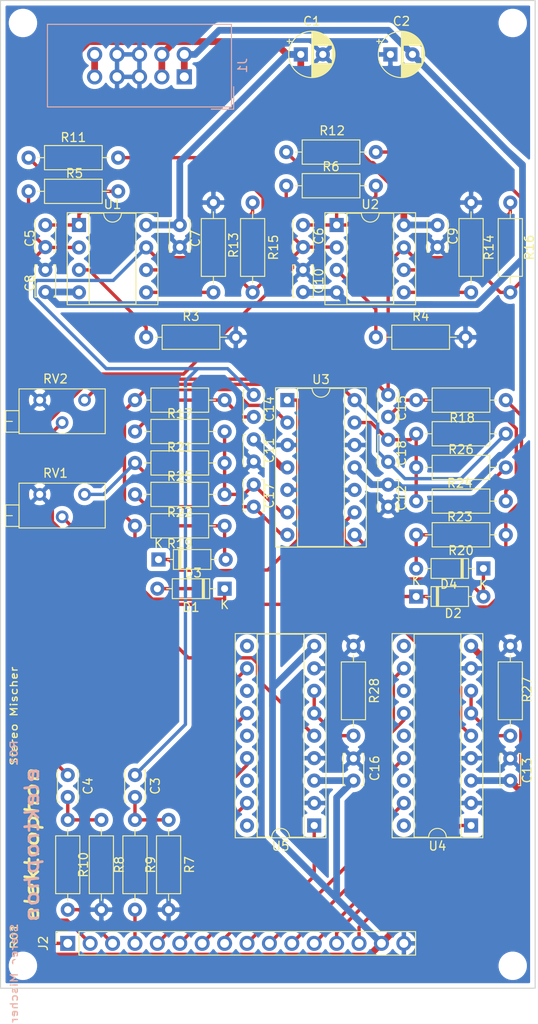
<source format=kicad_pcb>
(kicad_pcb (version 20171130) (host pcbnew 5.1.5-52549c5~84~ubuntu19.04.1)
  (title_block (title "Stereo Mischer") (date 2019-12-01) (rev 01) (comment 1 elektrophon) (comment 2 "PCB for main circuit") (comment 4 "License CC BY 4.0 - Attribution 4.0 International"))
  (layers (0 F.Cu signal) (31 B.Cu signal) (34 B.Paste user) (35 F.Paste user) (36 B.SilkS user) (37 F.SilkS user) (38 B.Mask user) (39 F.Mask user) (44 Edge.Cuts user))
  (net 0 "")
  (net 1 GND)
  (net 2 +15V)
  (net 3 -15V)
  (net 4 "Net-(C3-Pad2)")
  (net 5 /LEFT_OUT)
  (net 6 "Net-(C4-Pad2)")
  (net 7 /RIGHT_OUT)
  (net 8 "Net-(C5-Pad1)")
  (net 9 "Net-(C6-Pad1)")
  (net 10 "Net-(C14-Pad1)")
  (net 11 "Net-(C15-Pad1)")
  (net 12 "Net-(C17-Pad2)")
  (net 13 "Net-(C17-Pad1)")
  (net 14 "Net-(C18-Pad2)")
  (net 15 "Net-(C18-Pad1)")
  (net 16 "Net-(D1-Pad2)")
  (net 17 "Net-(D1-Pad1)")
  (net 18 "Net-(D2-Pad2)")
  (net 19 "Net-(D2-Pad1)")
  (net 20 "Net-(D3-Pad2)")
  (net 21 "Net-(D4-Pad2)")
  (net 22 +5V)
  (net 23 /LED_L_1)
  (net 24 /LED_L_2)
  (net 25 /LED_L_3)
  (net 26 /LED_L_4)
  (net 27 /LED_L_5)
  (net 28 /LED_R_1)
  (net 29 /LED_R_2)
  (net 30 /LED_R_3)
  (net 31 /LED_R_4)
  (net 32 /LED_R_5)
  (net 33 /STEREO_L)
  (net 34 /STEREO_R)
  (net 35 /LEFT)
  (net 36 /RIGHT)
  (net 37 "Net-(R3-Pad1)")
  (net 38 "Net-(R4-Pad1)")
  (net 39 "Net-(R11-Pad1)")
  (net 40 "Net-(R12-Pad1)")
  (net 41 "Net-(R13-Pad1)")
  (net 42 "Net-(R14-Pad1)")
  (net 43 "Net-(R27-Pad2)")
  (net 44 "Net-(R28-Pad2)")
  (net 45 "Net-(RV1-Pad2)")
  (net 46 "Net-(RV2-Pad2)")
  (net 47 "Net-(U4-Pad18)")
  (net 48 "Net-(U4-Pad16)")
  (net 49 "Net-(U4-Pad14)")
  (net 50 "Net-(U4-Pad12)")
  (net 51 "Net-(U4-Pad10)")
  (net 52 "Net-(U5-Pad18)")
  (net 53 "Net-(U5-Pad16)")
  (net 54 "Net-(U5-Pad14)")
  (net 55 "Net-(U5-Pad12)")
  (net 56 "Net-(U5-Pad10)")
  (module "elektrophon:elektrophon logo" (layer B.Cu) (at 27.94 120.904 90)
    (fp_text reference REF** hide)
    (fp_text value "elektrophon logo" hide)
    (fp_text user elektrophon (at 0 1.016 -90) (layer B.SilkS) (effects (font (size 1.5 2) (thickness 0.3) italic) (justify mirror)))
    (fp_text user "Stereo Mischer" (at -8.88 -1 -90) (layer B.SilkS) (effects (font (size 0.8 1)) (justify left mirror)))
    (fp_text user R01 (at 8.8 -1.02 -90) (layer B.SilkS) (effects (font (size 0.8 1)) (justify right mirror)))
    (fp_text user elektrophon (at 0 1.016 -90) (layer F.SilkS) (effects (font (size 1.5 2) (thickness 0.3) italic)))
    (fp_text user R01 (at -8.83 -1 -90) (layer F.SilkS) (effects (font (size 0.8 1)) (justify right)))
    (fp_text user "Stereo Mischer" (at 8.84 -1.02 -90) (layer F.SilkS) (effects (font (size 0.8 1)) (justify left)))
  )
  (module Connector_PinSocket_2.54mm:PinSocket_1x16_P2.54mm_Vertical (layer F.Cu) (at 33.02 132.08 90)
    (fp_text reference J2 (at 0 -2.77 90) (layer F.SilkS))
    (fp_text value Conn_01x16_Female)
    (pad 16 thru_hole oval (at 0 38.1 90) (size 1.7 1.7) (drill 1) (layers *.Cu *.Mask) (net 1 GND))
    (pad 15 thru_hole oval (at 0 35.56 90) (size 1.7 1.7) (drill 1) (layers *.Cu *.Mask) (net 2 +15V))
    (pad 14 thru_hole oval (at 0 33.02 90) (size 1.7 1.7) (drill 1) (layers *.Cu *.Mask) (net 23 /LED_L_1))
    (pad 13 thru_hole oval (at 0 30.48 90) (size 1.7 1.7) (drill 1) (layers *.Cu *.Mask) (net 24 /LED_L_2))
    (pad 12 thru_hole oval (at 0 27.94 90) (size 1.7 1.7) (drill 1) (layers *.Cu *.Mask) (net 25 /LED_L_3))
    (pad 11 thru_hole oval (at 0 25.4 90) (size 1.7 1.7) (drill 1) (layers *.Cu *.Mask) (net 26 /LED_L_4))
    (pad 10 thru_hole oval (at 0 22.86 90) (size 1.7 1.7) (drill 1) (layers *.Cu *.Mask) (net 27 /LED_L_5))
    (pad 9 thru_hole oval (at 0 20.32 90) (size 1.7 1.7) (drill 1) (layers *.Cu *.Mask) (net 28 /LED_R_1))
    (pad 8 thru_hole oval (at 0 17.78 90) (size 1.7 1.7) (drill 1) (layers *.Cu *.Mask) (net 29 /LED_R_2))
    (pad 7 thru_hole oval (at 0 15.24 90) (size 1.7 1.7) (drill 1) (layers *.Cu *.Mask) (net 30 /LED_R_3))
    (pad 6 thru_hole oval (at 0 12.7 90) (size 1.7 1.7) (drill 1) (layers *.Cu *.Mask) (net 31 /LED_R_4))
    (pad 5 thru_hole oval (at 0 10.16 90) (size 1.7 1.7) (drill 1) (layers *.Cu *.Mask) (net 32 /LED_R_5))
    (pad 4 thru_hole oval (at 0 7.62 90) (size 1.7 1.7) (drill 1) (layers *.Cu *.Mask) (net 33 /STEREO_L))
    (pad 3 thru_hole oval (at 0 5.08 90) (size 1.7 1.7) (drill 1) (layers *.Cu *.Mask) (net 34 /STEREO_R))
    (pad 2 thru_hole oval (at 0 2.54 90) (size 1.7 1.7) (drill 1) (layers *.Cu *.Mask) (net 36 /RIGHT))
    (pad 1 thru_hole rect (at 0 0 90) (size 1.7 1.7) (drill 1) (layers *.Cu *.Mask) (net 35 /LEFT))
  )
  (module MountingHole:MountingHole_2.2mm_M2 (layer F.Cu) (at 27.94 134.62)
    (fp_text reference REF** hide)
    (fp_text value MountingHole_2.2mm_M2 hide)
    (pad 1 np_thru_hole circle (at 0 0) (size 2.2 2.2) (drill 2.2) (layers *.Cu *.Mask))
  )
  (module MountingHole:MountingHole_2.2mm_M2 (layer F.Cu) (at 83.46 134.62)
    (fp_text reference REF** hide)
    (fp_text value MountingHole_2.2mm_M2 hide)
    (pad 1 np_thru_hole circle (at 0 0) (size 2.2 2.2) (drill 2.2) (layers *.Cu *.Mask))
  )
  (module MountingHole:MountingHole_2.2mm_M2 (layer F.Cu) (at 83.46 27.94)
    (fp_text reference REF** hide)
    (fp_text value MountingHole_2.2mm_M2 hide)
    (pad 1 np_thru_hole circle (at 0 0) (size 2.2 2.2) (drill 2.2) (layers *.Cu *.Mask))
  )
  (module MountingHole:MountingHole_2.2mm_M2 (layer F.Cu) (at 27.94 27.94)
    (fp_text reference REF** hide)
    (fp_text value MountingHole_2.2mm_M2 hide)
    (pad 1 np_thru_hole circle (at 0 0) (size 2.2 2.2) (drill 2.2) (layers *.Cu *.Mask))
  )
  (module Package_DIP:DIP-18_W7.62mm_Socket (layer F.Cu) (at 60.96 118.745 180)
    (fp_text reference U5 (at 3.81 -2.33) (layer F.SilkS))
    (fp_text value lm3916)
    (pad 18 thru_hole oval (at 7.62 0 180) (size 1.6 1.6) (drill 0.8) (layers *.Cu *.Mask) (net 52 "Net-(U5-Pad18)"))
    (pad 9 thru_hole oval (at 0 20.32 180) (size 1.6 1.6) (drill 0.8) (layers *.Cu *.Mask) (net 2 +15V))
    (pad 17 thru_hole oval (at 7.62 2.54 180) (size 1.6 1.6) (drill 0.8) (layers *.Cu *.Mask) (net 29 /LED_R_2))
    (pad 8 thru_hole oval (at 0 17.78 180) (size 1.6 1.6) (drill 0.8) (layers *.Cu *.Mask) (net 1 GND))
    (pad 16 thru_hole oval (at 7.62 5.08 180) (size 1.6 1.6) (drill 0.8) (layers *.Cu *.Mask) (net 53 "Net-(U5-Pad16)"))
    (pad 7 thru_hole oval (at 0 15.24 180) (size 1.6 1.6) (drill 0.8) (layers *.Cu *.Mask) (net 44 "Net-(R28-Pad2)"))
    (pad 15 thru_hole oval (at 7.62 7.62 180) (size 1.6 1.6) (drill 0.8) (layers *.Cu *.Mask) (net 30 /LED_R_3))
    (pad 6 thru_hole oval (at 0 12.7 180) (size 1.6 1.6) (drill 0.8) (layers *.Cu *.Mask) (net 44 "Net-(R28-Pad2)"))
    (pad 14 thru_hole oval (at 7.62 10.16 180) (size 1.6 1.6) (drill 0.8) (layers *.Cu *.Mask) (net 54 "Net-(U5-Pad14)"))
    (pad 5 thru_hole oval (at 0 10.16 180) (size 1.6 1.6) (drill 0.8) (layers *.Cu *.Mask) (net 46 "Net-(RV2-Pad2)"))
    (pad 13 thru_hole oval (at 7.62 12.7 180) (size 1.6 1.6) (drill 0.8) (layers *.Cu *.Mask) (net 31 /LED_R_4))
    (pad 4 thru_hole oval (at 0 7.62 180) (size 1.6 1.6) (drill 0.8) (layers *.Cu *.Mask) (net 1 GND))
    (pad 12 thru_hole oval (at 7.62 15.24 180) (size 1.6 1.6) (drill 0.8) (layers *.Cu *.Mask) (net 55 "Net-(U5-Pad12)"))
    (pad 3 thru_hole oval (at 0 5.08 180) (size 1.6 1.6) (drill 0.8) (layers *.Cu *.Mask) (net 2 +15V))
    (pad 11 thru_hole oval (at 7.62 17.78 180) (size 1.6 1.6) (drill 0.8) (layers *.Cu *.Mask) (net 32 /LED_R_5))
    (pad 2 thru_hole oval (at 0 2.54 180) (size 1.6 1.6) (drill 0.8) (layers *.Cu *.Mask) (net 1 GND))
    (pad 10 thru_hole oval (at 7.62 20.32 180) (size 1.6 1.6) (drill 0.8) (layers *.Cu *.Mask) (net 56 "Net-(U5-Pad10)"))
    (pad 1 thru_hole rect (at 0 0 180) (size 1.6 1.6) (drill 0.8) (layers *.Cu *.Mask) (net 28 /LED_R_1))
  )
  (module Package_DIP:DIP-18_W7.62mm_Socket (layer F.Cu) (at 78.74 118.745 180)
    (fp_text reference U4 (at 3.81 -2.33) (layer F.SilkS))
    (fp_text value lm3916)
    (pad 18 thru_hole oval (at 7.62 0 180) (size 1.6 1.6) (drill 0.8) (layers *.Cu *.Mask) (net 47 "Net-(U4-Pad18)"))
    (pad 9 thru_hole oval (at 0 20.32 180) (size 1.6 1.6) (drill 0.8) (layers *.Cu *.Mask) (net 2 +15V))
    (pad 17 thru_hole oval (at 7.62 2.54 180) (size 1.6 1.6) (drill 0.8) (layers *.Cu *.Mask) (net 24 /LED_L_2))
    (pad 8 thru_hole oval (at 0 17.78 180) (size 1.6 1.6) (drill 0.8) (layers *.Cu *.Mask) (net 1 GND))
    (pad 16 thru_hole oval (at 7.62 5.08 180) (size 1.6 1.6) (drill 0.8) (layers *.Cu *.Mask) (net 48 "Net-(U4-Pad16)"))
    (pad 7 thru_hole oval (at 0 15.24 180) (size 1.6 1.6) (drill 0.8) (layers *.Cu *.Mask) (net 43 "Net-(R27-Pad2)"))
    (pad 15 thru_hole oval (at 7.62 7.62 180) (size 1.6 1.6) (drill 0.8) (layers *.Cu *.Mask) (net 25 /LED_L_3))
    (pad 6 thru_hole oval (at 0 12.7 180) (size 1.6 1.6) (drill 0.8) (layers *.Cu *.Mask) (net 43 "Net-(R27-Pad2)"))
    (pad 14 thru_hole oval (at 7.62 10.16 180) (size 1.6 1.6) (drill 0.8) (layers *.Cu *.Mask) (net 49 "Net-(U4-Pad14)"))
    (pad 5 thru_hole oval (at 0 10.16 180) (size 1.6 1.6) (drill 0.8) (layers *.Cu *.Mask) (net 45 "Net-(RV1-Pad2)"))
    (pad 13 thru_hole oval (at 7.62 12.7 180) (size 1.6 1.6) (drill 0.8) (layers *.Cu *.Mask) (net 26 /LED_L_4))
    (pad 4 thru_hole oval (at 0 7.62 180) (size 1.6 1.6) (drill 0.8) (layers *.Cu *.Mask) (net 1 GND))
    (pad 12 thru_hole oval (at 7.62 15.24 180) (size 1.6 1.6) (drill 0.8) (layers *.Cu *.Mask) (net 50 "Net-(U4-Pad12)"))
    (pad 3 thru_hole oval (at 0 5.08 180) (size 1.6 1.6) (drill 0.8) (layers *.Cu *.Mask) (net 2 +15V))
    (pad 11 thru_hole oval (at 7.62 17.78 180) (size 1.6 1.6) (drill 0.8) (layers *.Cu *.Mask) (net 27 /LED_L_5))
    (pad 2 thru_hole oval (at 0 2.54 180) (size 1.6 1.6) (drill 0.8) (layers *.Cu *.Mask) (net 1 GND))
    (pad 10 thru_hole oval (at 7.62 20.32 180) (size 1.6 1.6) (drill 0.8) (layers *.Cu *.Mask) (net 51 "Net-(U4-Pad10)"))
    (pad 1 thru_hole rect (at 0 0 180) (size 1.6 1.6) (drill 0.8) (layers *.Cu *.Mask) (net 23 /LED_L_1))
  )
  (module Package_DIP:DIP-14_W7.62mm_Socket (layer F.Cu) (at 57.912 70.612)
    (fp_text reference U3 (at 3.81 -2.33) (layer F.SilkS))
    (fp_text value TL074)
    (pad 14 thru_hole oval (at 7.62 0) (size 1.6 1.6) (drill 0.8) (layers *.Cu *.Mask) (net 15 "Net-(C18-Pad1)"))
    (pad 7 thru_hole oval (at 0 15.24) (size 1.6 1.6) (drill 0.8) (layers *.Cu *.Mask) (net 13 "Net-(C17-Pad1)"))
    (pad 13 thru_hole oval (at 7.62 2.54) (size 1.6 1.6) (drill 0.8) (layers *.Cu *.Mask) (net 14 "Net-(C18-Pad2)"))
    (pad 6 thru_hole oval (at 0 12.7) (size 1.6 1.6) (drill 0.8) (layers *.Cu *.Mask) (net 12 "Net-(C17-Pad2)"))
    (pad 12 thru_hole oval (at 7.62 5.08) (size 1.6 1.6) (drill 0.8) (layers *.Cu *.Mask) (net 1 GND))
    (pad 5 thru_hole oval (at 0 10.16) (size 1.6 1.6) (drill 0.8) (layers *.Cu *.Mask) (net 1 GND))
    (pad 11 thru_hole oval (at 7.62 7.62) (size 1.6 1.6) (drill 0.8) (layers *.Cu *.Mask) (net 3 -15V))
    (pad 4 thru_hole oval (at 0 7.62) (size 1.6 1.6) (drill 0.8) (layers *.Cu *.Mask) (net 2 +15V))
    (pad 10 thru_hole oval (at 7.62 10.16) (size 1.6 1.6) (drill 0.8) (layers *.Cu *.Mask) (net 1 GND))
    (pad 3 thru_hole oval (at 0 5.08) (size 1.6 1.6) (drill 0.8) (layers *.Cu *.Mask) (net 1 GND))
    (pad 9 thru_hole oval (at 7.62 12.7) (size 1.6 1.6) (drill 0.8) (layers *.Cu *.Mask) (net 19 "Net-(D2-Pad1)"))
    (pad 2 thru_hole oval (at 0 2.54) (size 1.6 1.6) (drill 0.8) (layers *.Cu *.Mask) (net 17 "Net-(D1-Pad1)"))
    (pad 8 thru_hole oval (at 7.62 15.24) (size 1.6 1.6) (drill 0.8) (layers *.Cu *.Mask) (net 18 "Net-(D2-Pad2)"))
    (pad 1 thru_hole rect (at 0 0) (size 1.6 1.6) (drill 0.8) (layers *.Cu *.Mask) (net 16 "Net-(D1-Pad2)"))
  )
  (module Package_DIP:DIP-8_W7.62mm_Socket (layer F.Cu) (at 63.5 50.8)
    (fp_text reference U2 (at 3.81 -2.33) (layer F.SilkS))
    (fp_text value NE5532)
    (pad 8 thru_hole oval (at 7.62 0) (size 1.6 1.6) (drill 0.8) (layers *.Cu *.Mask) (net 2 +15V))
    (pad 4 thru_hole oval (at 0 7.62) (size 1.6 1.6) (drill 0.8) (layers *.Cu *.Mask) (net 3 -15V))
    (pad 7 thru_hole oval (at 7.62 2.54) (size 1.6 1.6) (drill 0.8) (layers *.Cu *.Mask) (net 7 /RIGHT_OUT))
    (pad 3 thru_hole oval (at 0 5.08) (size 1.6 1.6) (drill 0.8) (layers *.Cu *.Mask) (net 38 "Net-(R4-Pad1)"))
    (pad 6 thru_hole oval (at 7.62 5.08) (size 1.6 1.6) (drill 0.8) (layers *.Cu *.Mask) (net 40 "Net-(R12-Pad1)"))
    (pad 2 thru_hole oval (at 0 2.54) (size 1.6 1.6) (drill 0.8) (layers *.Cu *.Mask) (net 36 /RIGHT))
    (pad 5 thru_hole oval (at 7.62 7.62) (size 1.6 1.6) (drill 0.8) (layers *.Cu *.Mask) (net 42 "Net-(R14-Pad1)"))
    (pad 1 thru_hole rect (at 0 0) (size 1.6 1.6) (drill 0.8) (layers *.Cu *.Mask) (net 9 "Net-(C6-Pad1)"))
  )
  (module Package_DIP:DIP-8_W7.62mm_Socket (layer F.Cu) (at 34.29 50.8)
    (fp_text reference U1 (at 3.81 -2.33) (layer F.SilkS))
    (fp_text value NE5532)
    (pad 8 thru_hole oval (at 7.62 0) (size 1.6 1.6) (drill 0.8) (layers *.Cu *.Mask) (net 2 +15V))
    (pad 4 thru_hole oval (at 0 7.62) (size 1.6 1.6) (drill 0.8) (layers *.Cu *.Mask) (net 3 -15V))
    (pad 7 thru_hole oval (at 7.62 2.54) (size 1.6 1.6) (drill 0.8) (layers *.Cu *.Mask) (net 5 /LEFT_OUT))
    (pad 3 thru_hole oval (at 0 5.08) (size 1.6 1.6) (drill 0.8) (layers *.Cu *.Mask) (net 37 "Net-(R3-Pad1)"))
    (pad 6 thru_hole oval (at 7.62 5.08) (size 1.6 1.6) (drill 0.8) (layers *.Cu *.Mask) (net 39 "Net-(R11-Pad1)"))
    (pad 2 thru_hole oval (at 0 2.54) (size 1.6 1.6) (drill 0.8) (layers *.Cu *.Mask) (net 35 /LEFT))
    (pad 5 thru_hole oval (at 7.62 7.62) (size 1.6 1.6) (drill 0.8) (layers *.Cu *.Mask) (net 41 "Net-(R13-Pad1)"))
    (pad 1 thru_hole rect (at 0 0) (size 1.6 1.6) (drill 0.8) (layers *.Cu *.Mask) (net 8 "Net-(C5-Pad1)"))
  )
  (module Potentiometer_THT:Potentiometer_Bourns_3296Z_Horizontal (layer F.Cu) (at 34.925 70.612)
    (fp_text reference RV2 (at -3.3 -2.4) (layer F.SilkS))
    (fp_text value 10k)
    (pad 3 thru_hole circle (at -5.08 0) (size 1.44 1.44) (drill 0.8) (layers *.Cu *.Mask) (net 1 GND))
    (pad 2 thru_hole circle (at -2.54 2.54) (size 1.44 1.44) (drill 0.8) (layers *.Cu *.Mask) (net 46 "Net-(RV2-Pad2)"))
    (pad 1 thru_hole circle (at 0 0) (size 1.44 1.44) (drill 0.8) (layers *.Cu *.Mask) (net 15 "Net-(C18-Pad1)"))
  )
  (module Potentiometer_THT:Potentiometer_Bourns_3296Z_Horizontal (layer F.Cu) (at 34.925 81.28)
    (fp_text reference RV1 (at -3.3 -2.4) (layer F.SilkS))
    (fp_text value 10k)
    (pad 3 thru_hole circle (at -5.08 0) (size 1.44 1.44) (drill 0.8) (layers *.Cu *.Mask) (net 1 GND))
    (pad 2 thru_hole circle (at -2.54 2.54) (size 1.44 1.44) (drill 0.8) (layers *.Cu *.Mask) (net 45 "Net-(RV1-Pad2)"))
    (pad 1 thru_hole circle (at 0 0) (size 1.44 1.44) (drill 0.8) (layers *.Cu *.Mask) (net 13 "Net-(C17-Pad1)"))
  )
  (module Resistor_THT:R_Axial_DIN0207_L6.3mm_D2.5mm_P10.16mm_Horizontal (layer F.Cu) (at 65.405 98.425 270)
    (fp_text reference R28 (at 5.08 -2.37 90) (layer F.SilkS))
    (fp_text value 3k3)
    (pad 2 thru_hole oval (at 10.16 0 270) (size 1.6 1.6) (drill 0.8) (layers *.Cu *.Mask) (net 44 "Net-(R28-Pad2)"))
    (pad 1 thru_hole circle (at 0 0 270) (size 1.6 1.6) (drill 0.8) (layers *.Cu *.Mask) (net 1 GND))
  )
  (module Resistor_THT:R_Axial_DIN0207_L6.3mm_D2.5mm_P10.16mm_Horizontal (layer F.Cu) (at 83.185 98.425 270)
    (fp_text reference R27 (at 4.953 -1.905 90) (layer F.SilkS))
    (fp_text value 3k3)
    (pad 2 thru_hole oval (at 10.16 0 270) (size 1.6 1.6) (drill 0.8) (layers *.Cu *.Mask) (net 43 "Net-(R27-Pad2)"))
    (pad 1 thru_hole circle (at 0 0 270) (size 1.6 1.6) (drill 0.8) (layers *.Cu *.Mask) (net 1 GND))
  )
  (module Resistor_THT:R_Axial_DIN0207_L6.3mm_D2.5mm_P10.16mm_Horizontal (layer F.Cu) (at 82.677 74.422 180)
    (fp_text reference R26 (at 5.08 -1.778) (layer F.SilkS))
    (fp_text value 100k)
    (pad 2 thru_hole oval (at 10.16 0 180) (size 1.6 1.6) (drill 0.8) (layers *.Cu *.Mask) (net 14 "Net-(C18-Pad2)"))
    (pad 1 thru_hole circle (at 0 0 180) (size 1.6 1.6) (drill 0.8) (layers *.Cu *.Mask) (net 15 "Net-(C18-Pad1)"))
  )
  (module Resistor_THT:R_Axial_DIN0207_L6.3mm_D2.5mm_P10.16mm_Horizontal (layer F.Cu) (at 40.64 77.724)
    (fp_text reference R25 (at 5.08 1.524) (layer F.SilkS))
    (fp_text value 100k)
    (pad 2 thru_hole oval (at 10.16 0) (size 1.6 1.6) (drill 0.8) (layers *.Cu *.Mask) (net 12 "Net-(C17-Pad2)"))
    (pad 1 thru_hole circle (at 0 0) (size 1.6 1.6) (drill 0.8) (layers *.Cu *.Mask) (net 13 "Net-(C17-Pad1)"))
  )
  (module Resistor_THT:R_Axial_DIN0207_L6.3mm_D2.5mm_P10.16mm_Horizontal (layer F.Cu) (at 72.517 78.232)
    (fp_text reference R24 (at 4.953 1.778) (layer F.SilkS))
    (fp_text value 47k)
    (pad 2 thru_hole oval (at 10.16 0) (size 1.6 1.6) (drill 0.8) (layers *.Cu *.Mask) (net 21 "Net-(D4-Pad2)"))
    (pad 1 thru_hole circle (at 0 0) (size 1.6 1.6) (drill 0.8) (layers *.Cu *.Mask) (net 14 "Net-(C18-Pad2)"))
  )
  (module Resistor_THT:R_Axial_DIN0207_L6.3mm_D2.5mm_P10.16mm_Horizontal (layer F.Cu) (at 72.517 82.042)
    (fp_text reference R23 (at 4.953 1.778) (layer F.SilkS))
    (fp_text value 100k)
    (pad 2 thru_hole oval (at 10.16 0) (size 1.6 1.6) (drill 0.8) (layers *.Cu *.Mask) (net 11 "Net-(C15-Pad1)"))
    (pad 1 thru_hole circle (at 0 0) (size 1.6 1.6) (drill 0.8) (layers *.Cu *.Mask) (net 14 "Net-(C18-Pad2)"))
  )
  (module Resistor_THT:R_Axial_DIN0207_L6.3mm_D2.5mm_P10.16mm_Horizontal (layer F.Cu) (at 50.8 81.28 180)
    (fp_text reference R22 (at 5.08 -2.032) (layer F.SilkS))
    (fp_text value 47k)
    (pad 2 thru_hole oval (at 10.16 0 180) (size 1.6 1.6) (drill 0.8) (layers *.Cu *.Mask) (net 20 "Net-(D3-Pad2)"))
    (pad 1 thru_hole circle (at 0 0 180) (size 1.6 1.6) (drill 0.8) (layers *.Cu *.Mask) (net 12 "Net-(C17-Pad2)"))
  )
  (module Resistor_THT:R_Axial_DIN0207_L6.3mm_D2.5mm_P10.16mm_Horizontal (layer F.Cu) (at 50.8 74.168 180)
    (fp_text reference R21 (at 5.08 -1.778) (layer F.SilkS))
    (fp_text value 100k)
    (pad 2 thru_hole oval (at 10.16 0 180) (size 1.6 1.6) (drill 0.8) (layers *.Cu *.Mask) (net 10 "Net-(C14-Pad1)"))
    (pad 1 thru_hole circle (at 0 0 180) (size 1.6 1.6) (drill 0.8) (layers *.Cu *.Mask) (net 12 "Net-(C17-Pad2)"))
  )
  (module Resistor_THT:R_Axial_DIN0207_L6.3mm_D2.5mm_P10.16mm_Horizontal (layer F.Cu) (at 72.517 85.852)
    (fp_text reference R20 (at 5.08 1.778) (layer F.SilkS))
    (fp_text value 47k)
    (pad 2 thru_hole oval (at 10.16 0) (size 1.6 1.6) (drill 0.8) (layers *.Cu *.Mask) (net 19 "Net-(D2-Pad1)"))
    (pad 1 thru_hole circle (at 0 0) (size 1.6 1.6) (drill 0.8) (layers *.Cu *.Mask) (net 21 "Net-(D4-Pad2)"))
  )
  (module Resistor_THT:R_Axial_DIN0207_L6.3mm_D2.5mm_P10.16mm_Horizontal (layer F.Cu) (at 50.8 84.836 180)
    (fp_text reference R19 (at 5.08 -2.032) (layer F.SilkS))
    (fp_text value 47k)
    (pad 2 thru_hole oval (at 10.16 0 180) (size 1.6 1.6) (drill 0.8) (layers *.Cu *.Mask) (net 17 "Net-(D1-Pad1)"))
    (pad 1 thru_hole circle (at 0 0 180) (size 1.6 1.6) (drill 0.8) (layers *.Cu *.Mask) (net 20 "Net-(D3-Pad2)"))
  )
  (module Resistor_THT:R_Axial_DIN0207_L6.3mm_D2.5mm_P10.16mm_Horizontal (layer F.Cu) (at 82.677 70.612 180)
    (fp_text reference R18 (at 4.953 -2.032) (layer F.SilkS))
    (fp_text value 47k)
    (pad 2 thru_hole oval (at 10.16 0 180) (size 1.6 1.6) (drill 0.8) (layers *.Cu *.Mask) (net 11 "Net-(C15-Pad1)"))
    (pad 1 thru_hole circle (at 0 0 180) (size 1.6 1.6) (drill 0.8) (layers *.Cu *.Mask) (net 19 "Net-(D2-Pad1)"))
  )
  (module Resistor_THT:R_Axial_DIN0207_L6.3mm_D2.5mm_P10.16mm_Horizontal (layer F.Cu) (at 40.64 70.612)
    (fp_text reference R17 (at 5.08 1.524) (layer F.SilkS))
    (fp_text value 47k)
    (pad 2 thru_hole oval (at 10.16 0) (size 1.6 1.6) (drill 0.8) (layers *.Cu *.Mask) (net 10 "Net-(C14-Pad1)"))
    (pad 1 thru_hole circle (at 0 0) (size 1.6 1.6) (drill 0.8) (layers *.Cu *.Mask) (net 17 "Net-(D1-Pad1)"))
  )
  (module Resistor_THT:R_Axial_DIN0207_L6.3mm_D2.5mm_P10.16mm_Horizontal (layer F.Cu) (at 83.185 48.26 270)
    (fp_text reference R16 (at 5.08 -2.159 90) (layer F.SilkS))
    (fp_text value 10k)
    (pad 2 thru_hole oval (at 10.16 0 270) (size 1.6 1.6) (drill 0.8) (layers *.Cu *.Mask) (net 40 "Net-(R12-Pad1)"))
    (pad 1 thru_hole circle (at 0 0 270) (size 1.6 1.6) (drill 0.8) (layers *.Cu *.Mask) (net 7 /RIGHT_OUT))
  )
  (module Resistor_THT:R_Axial_DIN0207_L6.3mm_D2.5mm_P10.16mm_Horizontal (layer F.Cu) (at 53.975 48.26 270)
    (fp_text reference R15 (at 5.08 -2.37 90) (layer F.SilkS))
    (fp_text value 10k)
    (pad 2 thru_hole oval (at 10.16 0 270) (size 1.6 1.6) (drill 0.8) (layers *.Cu *.Mask) (net 39 "Net-(R11-Pad1)"))
    (pad 1 thru_hole circle (at 0 0 270) (size 1.6 1.6) (drill 0.8) (layers *.Cu *.Mask) (net 5 /LEFT_OUT))
  )
  (module Resistor_THT:R_Axial_DIN0207_L6.3mm_D2.5mm_P10.16mm_Horizontal (layer F.Cu) (at 78.74 58.42 90)
    (fp_text reference R14 (at 5.08 2.032 90) (layer F.SilkS))
    (fp_text value 5k)
    (pad 2 thru_hole oval (at 10.16 0 90) (size 1.6 1.6) (drill 0.8) (layers *.Cu *.Mask) (net 1 GND))
    (pad 1 thru_hole circle (at 0 0 90) (size 1.6 1.6) (drill 0.8) (layers *.Cu *.Mask) (net 42 "Net-(R14-Pad1)"))
  )
  (module Resistor_THT:R_Axial_DIN0207_L6.3mm_D2.5mm_P10.16mm_Horizontal (layer F.Cu) (at 49.53 58.42 90)
    (fp_text reference R13 (at 5.334 2.286 90) (layer F.SilkS))
    (fp_text value 5k)
    (pad 2 thru_hole oval (at 10.16 0 90) (size 1.6 1.6) (drill 0.8) (layers *.Cu *.Mask) (net 1 GND))
    (pad 1 thru_hole circle (at 0 0 90) (size 1.6 1.6) (drill 0.8) (layers *.Cu *.Mask) (net 41 "Net-(R13-Pad1)"))
  )
  (module Resistor_THT:R_Axial_DIN0207_L6.3mm_D2.5mm_P10.16mm_Horizontal (layer F.Cu) (at 67.945 42.545 180)
    (fp_text reference R12 (at 4.953 2.413) (layer F.SilkS))
    (fp_text value 10k)
    (pad 2 thru_hole oval (at 10.16 0 180) (size 1.6 1.6) (drill 0.8) (layers *.Cu *.Mask) (net 9 "Net-(C6-Pad1)"))
    (pad 1 thru_hole circle (at 0 0 180) (size 1.6 1.6) (drill 0.8) (layers *.Cu *.Mask) (net 40 "Net-(R12-Pad1)"))
  )
  (module Resistor_THT:R_Axial_DIN0207_L6.3mm_D2.5mm_P10.16mm_Horizontal (layer F.Cu) (at 38.735 43.18 180)
    (fp_text reference R11 (at 5.08 2.286) (layer F.SilkS))
    (fp_text value 10k)
    (pad 2 thru_hole oval (at 10.16 0 180) (size 1.6 1.6) (drill 0.8) (layers *.Cu *.Mask) (net 8 "Net-(C5-Pad1)"))
    (pad 1 thru_hole circle (at 0 0 180) (size 1.6 1.6) (drill 0.8) (layers *.Cu *.Mask) (net 39 "Net-(R11-Pad1)"))
  )
  (module Resistor_THT:R_Axial_DIN0207_L6.3mm_D2.5mm_P10.16mm_Horizontal (layer F.Cu) (at 33.02 128.27 90)
    (fp_text reference R10 (at 5.08 1.778 90) (layer F.SilkS))
    (fp_text value 1k)
    (pad 2 thru_hole oval (at 10.16 0 90) (size 1.6 1.6) (drill 0.8) (layers *.Cu *.Mask) (net 6 "Net-(C4-Pad2)"))
    (pad 1 thru_hole circle (at 0 0 90) (size 1.6 1.6) (drill 0.8) (layers *.Cu *.Mask) (net 34 /STEREO_R))
  )
  (module Resistor_THT:R_Axial_DIN0207_L6.3mm_D2.5mm_P10.16mm_Horizontal (layer F.Cu) (at 40.64 128.27 90)
    (fp_text reference R9 (at 5.08 1.778 90) (layer F.SilkS))
    (fp_text value 1k)
    (pad 2 thru_hole oval (at 10.16 0 90) (size 1.6 1.6) (drill 0.8) (layers *.Cu *.Mask) (net 4 "Net-(C3-Pad2)"))
    (pad 1 thru_hole circle (at 0 0 90) (size 1.6 1.6) (drill 0.8) (layers *.Cu *.Mask) (net 33 /STEREO_L))
  )
  (module Resistor_THT:R_Axial_DIN0207_L6.3mm_D2.5mm_P10.16mm_Horizontal (layer F.Cu) (at 36.83 118.11 270)
    (fp_text reference R8 (at 5.08 -2.032 90) (layer F.SilkS))
    (fp_text value 5k)
    (pad 2 thru_hole oval (at 10.16 0 270) (size 1.6 1.6) (drill 0.8) (layers *.Cu *.Mask) (net 1 GND))
    (pad 1 thru_hole circle (at 0 0 270) (size 1.6 1.6) (drill 0.8) (layers *.Cu *.Mask) (net 6 "Net-(C4-Pad2)"))
  )
  (module Resistor_THT:R_Axial_DIN0207_L6.3mm_D2.5mm_P10.16mm_Horizontal (layer F.Cu) (at 44.45 118.11 270)
    (fp_text reference R7 (at 5.08 -2.37 90) (layer F.SilkS))
    (fp_text value 5k)
    (pad 2 thru_hole oval (at 10.16 0 270) (size 1.6 1.6) (drill 0.8) (layers *.Cu *.Mask) (net 1 GND))
    (pad 1 thru_hole circle (at 0 0 270) (size 1.6 1.6) (drill 0.8) (layers *.Cu *.Mask) (net 4 "Net-(C3-Pad2)"))
  )
  (module Resistor_THT:R_Axial_DIN0207_L6.3mm_D2.5mm_P10.16mm_Horizontal (layer F.Cu) (at 67.945 46.355 180)
    (fp_text reference R6 (at 5.08 2.159) (layer F.SilkS))
    (fp_text value 10k)
    (pad 2 thru_hole oval (at 10.16 0 180) (size 1.6 1.6) (drill 0.8) (layers *.Cu *.Mask) (net 36 /RIGHT))
    (pad 1 thru_hole circle (at 0 0 180) (size 1.6 1.6) (drill 0.8) (layers *.Cu *.Mask) (net 9 "Net-(C6-Pad1)"))
  )
  (module Resistor_THT:R_Axial_DIN0207_L6.3mm_D2.5mm_P10.16mm_Horizontal (layer F.Cu) (at 38.735 46.99 180)
    (fp_text reference R5 (at 4.953 2.032) (layer F.SilkS))
    (fp_text value 10k)
    (pad 2 thru_hole oval (at 10.16 0 180) (size 1.6 1.6) (drill 0.8) (layers *.Cu *.Mask) (net 35 /LEFT))
    (pad 1 thru_hole circle (at 0 0 180) (size 1.6 1.6) (drill 0.8) (layers *.Cu *.Mask) (net 8 "Net-(C5-Pad1)"))
  )
  (module Resistor_THT:R_Axial_DIN0207_L6.3mm_D2.5mm_P10.16mm_Horizontal (layer F.Cu) (at 67.945 63.5)
    (fp_text reference R4 (at 5.08 -2.37) (layer F.SilkS))
    (fp_text value 5k)
    (pad 2 thru_hole oval (at 10.16 0) (size 1.6 1.6) (drill 0.8) (layers *.Cu *.Mask) (net 1 GND))
    (pad 1 thru_hole circle (at 0 0) (size 1.6 1.6) (drill 0.8) (layers *.Cu *.Mask) (net 38 "Net-(R4-Pad1)"))
  )
  (module Resistor_THT:R_Axial_DIN0207_L6.3mm_D2.5mm_P10.16mm_Horizontal (layer F.Cu) (at 41.91 63.5)
    (fp_text reference R3 (at 5.08 -2.37) (layer F.SilkS))
    (fp_text value 5k)
    (pad 2 thru_hole oval (at 10.16 0) (size 1.6 1.6) (drill 0.8) (layers *.Cu *.Mask) (net 1 GND))
    (pad 1 thru_hole circle (at 0 0) (size 1.6 1.6) (drill 0.8) (layers *.Cu *.Mask) (net 37 "Net-(R3-Pad1)"))
  )
  (module Connector_IDC:IDC-Header_2x05_P2.54mm_Vertical (layer B.Cu) (at 46.228 34.036 90)
    (fp_text reference J1 (at 1.27 6.604 270) (layer B.SilkS) (effects (justify mirror)))
    (fp_text value "IDC Header")
    (pad 10 thru_hole oval (at 2.54 -10.16 90) (size 1.7272 1.7272) (drill 1.016) (layers *.Cu *.Mask) (net 22 +5V))
    (pad 9 thru_hole oval (at 0 -10.16 90) (size 1.7272 1.7272) (drill 1.016) (layers *.Cu *.Mask) (net 22 +5V))
    (pad 8 thru_hole oval (at 2.54 -7.62 90) (size 1.7272 1.7272) (drill 1.016) (layers *.Cu *.Mask) (net 1 GND))
    (pad 7 thru_hole oval (at 0 -7.62 90) (size 1.7272 1.7272) (drill 1.016) (layers *.Cu *.Mask) (net 1 GND))
    (pad 6 thru_hole oval (at 2.54 -5.08 90) (size 1.7272 1.7272) (drill 1.016) (layers *.Cu *.Mask) (net 1 GND))
    (pad 5 thru_hole oval (at 0 -5.08 90) (size 1.7272 1.7272) (drill 1.016) (layers *.Cu *.Mask) (net 1 GND))
    (pad 4 thru_hole oval (at 2.54 -2.54 90) (size 1.7272 1.7272) (drill 1.016) (layers *.Cu *.Mask) (net 2 +15V))
    (pad 3 thru_hole oval (at 0 -2.54 90) (size 1.7272 1.7272) (drill 1.016) (layers *.Cu *.Mask) (net 2 +15V))
    (pad 2 thru_hole oval (at 2.54 0 90) (size 1.7272 1.7272) (drill 1.016) (layers *.Cu *.Mask) (net 3 -15V))
    (pad 1 thru_hole rect (at 0 0 90) (size 1.7272 1.7272) (drill 1.016) (layers *.Cu *.Mask) (net 3 -15V))
  )
  (module Diode_THT:D_DO-35_SOD27_P7.62mm_Horizontal (layer F.Cu) (at 80.137 89.662 180)
    (fp_text reference D4 (at 3.937 -1.778) (layer F.SilkS))
    (fp_text value 1N4148)
    (fp_text user K (at 0 -1.8) (layer F.SilkS))
    (pad 2 thru_hole oval (at 7.62 0 180) (size 1.6 1.6) (drill 0.8) (layers *.Cu *.Mask) (net 21 "Net-(D4-Pad2)"))
    (pad 1 thru_hole rect (at 0 0 180) (size 1.6 1.6) (drill 0.8) (layers *.Cu *.Mask) (net 18 "Net-(D2-Pad2)"))
  )
  (module Diode_THT:D_DO-35_SOD27_P7.62mm_Horizontal (layer F.Cu) (at 43.307 88.646)
    (fp_text reference D3 (at 3.937 1.524) (layer F.SilkS))
    (fp_text value 1N4148)
    (fp_text user K (at 0 -1.8) (layer F.SilkS))
    (pad 2 thru_hole oval (at 7.62 0) (size 1.6 1.6) (drill 0.8) (layers *.Cu *.Mask) (net 20 "Net-(D3-Pad2)"))
    (pad 1 thru_hole rect (at 0 0) (size 1.6 1.6) (drill 0.8) (layers *.Cu *.Mask) (net 16 "Net-(D1-Pad2)"))
  )
  (module Diode_THT:D_DO-35_SOD27_P7.62mm_Horizontal (layer F.Cu) (at 72.517 92.837)
    (fp_text reference D2 (at 4.191 1.905) (layer F.SilkS))
    (fp_text value 1N4148)
    (fp_text user K (at 0 -1.8) (layer F.SilkS))
    (pad 2 thru_hole oval (at 7.62 0) (size 1.6 1.6) (drill 0.8) (layers *.Cu *.Mask) (net 18 "Net-(D2-Pad2)"))
    (pad 1 thru_hole rect (at 0 0) (size 1.6 1.6) (drill 0.8) (layers *.Cu *.Mask) (net 19 "Net-(D2-Pad1)"))
  )
  (module Diode_THT:D_DO-35_SOD27_P7.62mm_Horizontal (layer F.Cu) (at 50.8 91.948 180)
    (fp_text reference D1 (at 3.81 -2.12) (layer F.SilkS))
    (fp_text value 1N4148)
    (fp_text user K (at 0 -1.8) (layer F.SilkS))
    (pad 2 thru_hole oval (at 7.62 0 180) (size 1.6 1.6) (drill 0.8) (layers *.Cu *.Mask) (net 16 "Net-(D1-Pad2)"))
    (pad 1 thru_hole rect (at 0 0 180) (size 1.6 1.6) (drill 0.8) (layers *.Cu *.Mask) (net 17 "Net-(D1-Pad1)"))
  )
  (module Capacitor_THT:C_Disc_D3.4mm_W2.1mm_P2.50mm (layer F.Cu) (at 69.342 77.597 90)
    (fp_text reference C18 (at 0.996 1.51 90) (layer F.SilkS))
    (fp_text value 0.1u)
    (pad 2 thru_hole circle (at 2.5 0 90) (size 1.6 1.6) (drill 0.8) (layers *.Cu *.Mask) (net 14 "Net-(C18-Pad2)"))
    (pad 1 thru_hole circle (at 0 0 90) (size 1.6 1.6) (drill 0.8) (layers *.Cu *.Mask) (net 15 "Net-(C18-Pad1)"))
  )
  (module Capacitor_THT:C_Disc_D3.4mm_W2.1mm_P2.50mm (layer F.Cu) (at 54.102 82.677 90)
    (fp_text reference C17 (at 1.25 1.778 90) (layer F.SilkS))
    (fp_text value 0.1u)
    (pad 2 thru_hole circle (at 2.5 0 90) (size 1.6 1.6) (drill 0.8) (layers *.Cu *.Mask) (net 12 "Net-(C17-Pad2)"))
    (pad 1 thru_hole circle (at 0 0 90) (size 1.6 1.6) (drill 0.8) (layers *.Cu *.Mask) (net 13 "Net-(C17-Pad1)"))
  )
  (module Capacitor_THT:C_Disc_D3.4mm_W2.1mm_P2.50mm (layer F.Cu) (at 65.405 113.665 90)
    (fp_text reference C16 (at 1.397 2.413 90) (layer F.SilkS))
    (fp_text value 0.1u)
    (pad 2 thru_hole circle (at 2.5 0 90) (size 1.6 1.6) (drill 0.8) (layers *.Cu *.Mask) (net 1 GND))
    (pad 1 thru_hole circle (at 0 0 90) (size 1.6 1.6) (drill 0.8) (layers *.Cu *.Mask) (net 2 +15V))
  )
  (module Capacitor_THT:C_Disc_D3.4mm_W2.1mm_P2.50mm (layer F.Cu) (at 69.342 72.517 90)
    (fp_text reference C15 (at 0.996 1.51 90) (layer F.SilkS))
    (fp_text value 0.47u)
    (pad 2 thru_hole circle (at 2.5 0 90) (size 1.6 1.6) (drill 0.8) (layers *.Cu *.Mask) (net 7 /RIGHT_OUT))
    (pad 1 thru_hole circle (at 0 0 90) (size 1.6 1.6) (drill 0.8) (layers *.Cu *.Mask) (net 11 "Net-(C15-Pad1)"))
  )
  (module Capacitor_THT:C_Disc_D3.4mm_W2.1mm_P2.50mm (layer F.Cu) (at 54.102 72.517 90)
    (fp_text reference C14 (at 0.889 1.778 90) (layer F.SilkS))
    (fp_text value 0.47u)
    (pad 2 thru_hole circle (at 2.5 0 90) (size 1.6 1.6) (drill 0.8) (layers *.Cu *.Mask) (net 5 /LEFT_OUT))
    (pad 1 thru_hole circle (at 0 0 90) (size 1.6 1.6) (drill 0.8) (layers *.Cu *.Mask) (net 10 "Net-(C14-Pad1)"))
  )
  (module Capacitor_THT:C_Disc_D3.4mm_W2.1mm_P2.50mm (layer F.Cu) (at 83.185 113.665 90)
    (fp_text reference C13 (at 1.143 1.905 90) (layer F.SilkS))
    (fp_text value 0.1u)
    (pad 2 thru_hole circle (at 2.5 0 90) (size 1.6 1.6) (drill 0.8) (layers *.Cu *.Mask) (net 1 GND))
    (pad 1 thru_hole circle (at 0 0 90) (size 1.6 1.6) (drill 0.8) (layers *.Cu *.Mask) (net 2 +15V))
  )
  (module Capacitor_THT:C_Disc_D3.4mm_W2.1mm_P2.50mm (layer F.Cu) (at 69.342 82.677 90)
    (fp_text reference C12 (at 0.996 1.51 90) (layer F.SilkS))
    (fp_text value 0.1u)
    (pad 2 thru_hole circle (at 2.5 0 90) (size 1.6 1.6) (drill 0.8) (layers *.Cu *.Mask) (net 3 -15V))
    (pad 1 thru_hole circle (at 0 0 90) (size 1.6 1.6) (drill 0.8) (layers *.Cu *.Mask) (net 1 GND))
  )
  (module Capacitor_THT:C_Disc_D3.4mm_W2.1mm_P2.50mm (layer F.Cu) (at 54.102 75.057 270)
    (fp_text reference C11 (at 1.25 -1.778 90) (layer F.SilkS))
    (fp_text value 0.1u)
    (pad 2 thru_hole circle (at 2.5 0 270) (size 1.6 1.6) (drill 0.8) (layers *.Cu *.Mask) (net 1 GND))
    (pad 1 thru_hole circle (at 0 0 270) (size 1.6 1.6) (drill 0.8) (layers *.Cu *.Mask) (net 2 +15V))
  )
  (module Capacitor_THT:C_Disc_D3.4mm_W2.1mm_P2.50mm (layer F.Cu) (at 59.69 55.88 270)
    (fp_text reference C10 (at 1.25 -1.792 90) (layer F.SilkS))
    (fp_text value 0.1u)
    (pad 2 thru_hole circle (at 2.5 0 270) (size 1.6 1.6) (drill 0.8) (layers *.Cu *.Mask) (net 3 -15V))
    (pad 1 thru_hole circle (at 0 0 270) (size 1.6 1.6) (drill 0.8) (layers *.Cu *.Mask) (net 1 GND))
  )
  (module Capacitor_THT:C_Disc_D3.4mm_W2.1mm_P2.50mm (layer F.Cu) (at 74.93 50.8 270)
    (fp_text reference C9 (at 1.25 -1.778 90) (layer F.SilkS))
    (fp_text value 0.1u)
    (pad 2 thru_hole circle (at 2.5 0 270) (size 1.6 1.6) (drill 0.8) (layers *.Cu *.Mask) (net 1 GND))
    (pad 1 thru_hole circle (at 0 0 270) (size 1.6 1.6) (drill 0.8) (layers *.Cu *.Mask) (net 2 +15V))
  )
  (module Capacitor_THT:C_Disc_D3.4mm_W2.1mm_P2.50mm (layer F.Cu) (at 30.48 55.88 270)
    (fp_text reference C8 (at 1.504 1.764 90) (layer F.SilkS))
    (fp_text value 0.1u)
    (pad 2 thru_hole circle (at 2.5 0 270) (size 1.6 1.6) (drill 0.8) (layers *.Cu *.Mask) (net 3 -15V))
    (pad 1 thru_hole circle (at 0 0 270) (size 1.6 1.6) (drill 0.8) (layers *.Cu *.Mask) (net 1 GND))
  )
  (module Capacitor_THT:C_Disc_D3.4mm_W2.1mm_P2.50mm (layer F.Cu) (at 45.72 50.8 270)
    (fp_text reference C7 (at 1.524 -1.778 90) (layer F.SilkS))
    (fp_text value 0.1u)
    (pad 2 thru_hole circle (at 2.5 0 270) (size 1.6 1.6) (drill 0.8) (layers *.Cu *.Mask) (net 1 GND))
    (pad 1 thru_hole circle (at 0 0 270) (size 1.6 1.6) (drill 0.8) (layers *.Cu *.Mask) (net 2 +15V))
  )
  (module Capacitor_THT:C_Disc_D3.4mm_W2.1mm_P2.50mm (layer F.Cu) (at 59.69 50.8 270)
    (fp_text reference C6 (at 1.25 -1.792 90) (layer F.SilkS))
    (fp_text value 47p)
    (pad 2 thru_hole circle (at 2.5 0 270) (size 1.6 1.6) (drill 0.8) (layers *.Cu *.Mask) (net 36 /RIGHT))
    (pad 1 thru_hole circle (at 0 0 270) (size 1.6 1.6) (drill 0.8) (layers *.Cu *.Mask) (net 9 "Net-(C6-Pad1)"))
  )
  (module Capacitor_THT:C_Disc_D3.4mm_W2.1mm_P2.50mm (layer F.Cu) (at 30.48 50.8 270)
    (fp_text reference C5 (at 1.504 1.764 90) (layer F.SilkS))
    (fp_text value 47p)
    (pad 2 thru_hole circle (at 2.5 0 270) (size 1.6 1.6) (drill 0.8) (layers *.Cu *.Mask) (net 35 /LEFT))
    (pad 1 thru_hole circle (at 0 0 270) (size 1.6 1.6) (drill 0.8) (layers *.Cu *.Mask) (net 8 "Net-(C5-Pad1)"))
  )
  (module Capacitor_THT:C_Disc_D3.4mm_W2.1mm_P2.50mm (layer F.Cu) (at 33.02 113.03 270)
    (fp_text reference C4 (at 1.25 -2.3 90) (layer F.SilkS))
    (fp_text value 4u7)
    (pad 2 thru_hole circle (at 2.5 0 270) (size 1.6 1.6) (drill 0.8) (layers *.Cu *.Mask) (net 6 "Net-(C4-Pad2)"))
    (pad 1 thru_hole circle (at 0 0 270) (size 1.6 1.6) (drill 0.8) (layers *.Cu *.Mask) (net 7 /RIGHT_OUT))
  )
  (module Capacitor_THT:C_Disc_D3.4mm_W2.1mm_P2.50mm (layer F.Cu) (at 40.64 113.03 270)
    (fp_text reference C3 (at 1.25 -2.3 90) (layer F.SilkS))
    (fp_text value 4u7)
    (pad 2 thru_hole circle (at 2.5 0 270) (size 1.6 1.6) (drill 0.8) (layers *.Cu *.Mask) (net 4 "Net-(C3-Pad2)"))
    (pad 1 thru_hole circle (at 0 0 270) (size 1.6 1.6) (drill 0.8) (layers *.Cu *.Mask) (net 5 /LEFT_OUT))
  )
  (module Capacitor_THT:CP_Radial_D5.0mm_P2.50mm (layer F.Cu) (at 69.596 31.496)
    (fp_text reference C2 (at 1.25 -3.75) (layer F.SilkS))
    (fp_text value 10u)
    (pad 2 thru_hole circle (at 2.5 0) (size 1.6 1.6) (drill 0.8) (layers *.Cu *.Mask) (net 3 -15V))
    (pad 1 thru_hole rect (at 0 0) (size 1.6 1.6) (drill 0.8) (layers *.Cu *.Mask) (net 1 GND))
  )
  (module Capacitor_THT:CP_Radial_D5.0mm_P2.50mm (layer F.Cu) (at 59.436 31.496)
    (fp_text reference C1 (at 1.25 -3.75) (layer F.SilkS))
    (fp_text value 10u)
    (pad 2 thru_hole circle (at 2.5 0) (size 1.6 1.6) (drill 0.8) (layers *.Cu *.Mask) (net 1 GND))
    (pad 1 thru_hole rect (at 0 0) (size 1.6 1.6) (drill 0.8) (layers *.Cu *.Mask) (net 2 +15V))
  )
  (gr_line (start 25.4 137.16) (end 25.4 25.4) (layer Edge.Cuts) (width 0.12))
  (gr_line (start 86 137.16) (end 25.4 137.16) (layer Edge.Cuts) (width 0.12))
  (gr_line (start 86 25.4) (end 86 137.16) (layer Edge.Cuts) (width 0.12))
  (gr_line (start 25.4 25.4) (end 86 25.4) (layer Edge.Cuts) (width 0.12))
  (segment (start 43.688 31.496) (end 43.688 34.036) (width 0.762) (layer F.Cu) (net 2))
  (segment (start 45.132601 30.051399) (end 43.688 31.496) (width 0.762) (layer F.Cu) (net 2))
  (segment (start 56.429399 30.051399) (end 45.132601 30.051399) (width 0.762) (layer F.Cu) (net 2))
  (segment (start 57.874 31.496) (end 56.429399 30.051399) (width 0.762) (layer F.Cu) (net 2))
  (segment (start 59.436 31.496) (end 57.874 31.496) (width 0.762) (layer F.Cu) (net 2))
  (segment (start 45.72 43.65) (end 45.72 50.8) (width 0.762) (layer B.Cu) (net 2))
  (segment (start 59.436 31.496) (end 57.874 31.496) (width 0.762) (layer B.Cu) (net 2))
  (segment (start 45.72 50.8) (end 41.91 50.8) (width 0.762) (layer B.Cu) (net 2))
  (segment (start 57.874 31.496) (end 52.832 36.576) (width 0.762) (layer B.Cu) (net 2))
  (segment (start 74.93 50.8) (end 71.12 50.8) (width 0.762) (layer B.Cu) (net 2))
  (segment (start 57.277 78.232) (end 54.102 75.057) (width 0.762) (layer F.Cu) (net 2))
  (segment (start 57.912 78.232) (end 57.277 78.232) (width 0.762) (layer F.Cu) (net 2))
  (segment (start 83.185 113.665) (end 78.74 113.665) (width 0.762) (layer B.Cu) (net 2))
  (segment (start 65.405 113.665) (end 60.96 113.665) (width 0.762) (layer B.Cu) (net 2))
  (segment (start 54.102 75.057) (end 56.23 77.185) (width 0.762) (layer B.Cu) (net 2))
  (segment (start 84.566001 104.251001) (end 78.74 98.425) (width 0.762) (layer F.Cu) (net 2))
  (segment (start 59.436 36.079882) (end 59.436 31.496) (width 0.762) (layer F.Cu) (net 2))
  (segment (start 67.282119 43.926001) (end 59.436 36.079882) (width 0.762) (layer F.Cu) (net 2))
  (segment (start 67.559883 43.926001) (end 67.282119 43.926001) (width 0.762) (layer F.Cu) (net 2))
  (segment (start 71.12 47.486118) (end 67.559883 43.926001) (width 0.762) (layer F.Cu) (net 2))
  (segment (start 71.12 50.8) (end 71.12 47.486118) (width 0.762) (layer F.Cu) (net 2))
  (segment (start 56.23 77.185) (end 56.23 105.22) (width 0.762) (layer B.Cu) (net 2))
  (segment (start 56.23 105.22) (end 56.23 103.155) (width 0.762) (layer B.Cu) (net 2))
  (segment (start 56.23 103.155) (end 60.96 98.425) (width 0.762) (layer B.Cu) (net 2))
  (segment (start 26.51 38.91599) (end 26.51 130.142) (width 0.762) (layer F.Cu) (net 2))
  (segment (start 56.429399 30.051399) (end 35.374591 30.051399) (width 0.762) (layer F.Cu) (net 2))
  (segment (start 35.374591 30.051399) (end 26.51 38.91599) (width 0.762) (layer F.Cu) (net 2))
  (segment (start 84.566001 115.046001) (end 83.185 113.665) (width 0.762) (layer F.Cu) (net 2))
  (segment (start 84.566001 116.093999) (end 68.58 132.08) (width 0.762) (layer F.Cu) (net 2))
  (segment (start 56.23 105.22) (end 56.23 119.73) (width 0.762) (layer B.Cu) (net 2))
  (segment (start 63.5 115.57) (end 65.405 113.665) (width 0.762) (layer B.Cu) (net 2))
  (segment (start 63.5 127) (end 63.5 115.57) (width 0.762) (layer B.Cu) (net 2))
  (segment (start 63.5 127) (end 68.58 132.08) (width 0.762) (layer B.Cu) (net 2))
  (segment (start 52.832 36.576) (end 49.775836 39.615836) (width 0.762) (layer B.Cu) (net 2))
  (segment (start 49.775836 39.615836) (end 45.72 43.65) (width 0.762) (layer B.Cu) (net 2))
  (segment (start 56.23 119.73) (end 63.5 127) (width 0.762) (layer B.Cu) (net 2))
  (segment (start 84.566001 116.093999) (end 84.566001 104.251001) (width 0.762) (layer F.Cu) (net 2))
  (segment (start 67.148999 133.511001) (end 68.58 132.08) (width 0.762) (layer F.Cu) (net 2))
  (segment (start 30.311922 133.511001) (end 67.148999 133.511001) (width 0.762) (layer F.Cu) (net 2))
  (segment (start 26.942921 130.142) (end 30.311922 133.511001) (width 0.762) (layer F.Cu) (net 2))
  (segment (start 26.51 130.142) (end 26.942921 130.142) (width 0.762) (layer F.Cu) (net 2))
  (segment (start 63.46 58.38) (end 63.5 58.42) (width 0.381) (layer F.Cu) (net 3))
  (segment (start 46.228 31.496) (end 46.228 34.036) (width 0.762) (layer F.Cu) (net 3))
  (segment (start 72.895999 32.295999) (end 72.096 31.496) (width 0.762) (layer B.Cu) (net 3))
  (segment (start 67.477 80.177) (end 65.532 78.232) (width 0.762) (layer B.Cu) (net 3))
  (segment (start 69.342 80.177) (end 67.477 80.177) (width 0.762) (layer B.Cu) (net 3))
  (segment (start 34.25 58.38) (end 34.29 58.42) (width 0.762) (layer B.Cu) (net 3))
  (segment (start 30.48 58.38) (end 34.25 58.38) (width 0.762) (layer B.Cu) (net 3))
  (segment (start 59.73 58.42) (end 59.69 58.38) (width 0.762) (layer B.Cu) (net 3))
  (segment (start 63.5 58.42) (end 59.73 58.42) (width 0.762) (layer B.Cu) (net 3))
  (segment (start 63.5 58.42) (end 64.881001 59.801001) (width 0.762) (layer B.Cu) (net 3))
  (segment (start 31.901001 59.801001) (end 30.48 58.38) (width 0.762) (layer B.Cu) (net 3))
  (segment (start 66.182999 59.801001) (end 31.901001 59.801001) (width 0.762) (layer B.Cu) (net 3))
  (segment (start 64.881001 59.801001) (end 66.182999 59.801001) (width 0.762) (layer B.Cu) (net 3))
  (segment (start 69.37 28.77) (end 72.096 31.496) (width 0.762) (layer B.Cu) (net 3))
  (segment (start 50.175314 28.77) (end 69.37 28.77) (width 0.762) (layer B.Cu) (net 3))
  (segment (start 46.228 31.496) (end 47.449314 31.496) (width 0.762) (layer B.Cu) (net 3))
  (segment (start 47.449314 31.496) (end 50.175314 28.77) (width 0.762) (layer B.Cu) (net 3))
  (segment (start 84.566001 44.146001) (end 82.74 42.32) (width 0.762) (layer B.Cu) (net 3))
  (segment (start 84.566001 43.966001) (end 82.74 42.32) (width 0.762) (layer B.Cu) (net 3))
  (segment (start 82.74 42.32) (end 72.895999 32.295999) (width 0.762) (layer B.Cu) (net 3))
  (segment (start 79.402881 59.801001) (end 84.57 54.633882) (width 0.762) (layer B.Cu) (net 3))
  (segment (start 72.381001 59.801001) (end 74.310999 59.801001) (width 0.762) (layer B.Cu) (net 3))
  (segment (start 66.182999 59.801001) (end 72.381001 59.801001) (width 0.762) (layer B.Cu) (net 3))
  (segment (start 84.57 54.633882) (end 84.57 52.43) (width 0.762) (layer B.Cu) (net 3))
  (segment (start 72.381001 59.801001) (end 79.402881 59.801001) (width 0.762) (layer B.Cu) (net 3))
  (segment (start 84.57 52.43) (end 84.566001 44.146001) (width 0.762) (layer B.Cu) (net 3))
  (segment (start 77.66257 80.527511) (end 76.717511 80.527511) (width 0.762) (layer B.Cu) (net 3))
  (segment (start 70.47337 80.177) (end 69.342 80.177) (width 0.762) (layer B.Cu) (net 3))
  (segment (start 70.823881 80.527511) (end 70.47337 80.177) (width 0.762) (layer B.Cu) (net 3))
  (segment (start 76.717511 80.527511) (end 70.823881 80.527511) (width 0.762) (layer B.Cu) (net 3))
  (segment (start 84.582 74.560882) (end 84.582 71.374) (width 0.762) (layer B.Cu) (net 3))
  (segment (start 82.291883 76.850999) (end 84.582 74.560882) (width 0.762) (layer B.Cu) (net 3))
  (segment (start 78.615371 80.527511) (end 81.295999 77.846883) (width 0.762) (layer B.Cu) (net 3))
  (segment (start 82.014119 76.850999) (end 82.291883 76.850999) (width 0.762) (layer B.Cu) (net 3))
  (segment (start 84.582 71.374) (end 84.57 52.43) (width 0.762) (layer B.Cu) (net 3))
  (segment (start 76.717511 80.527511) (end 78.615371 80.527511) (width 0.762) (layer B.Cu) (net 3))
  (segment (start 81.295999 77.846883) (end 81.295999 77.569119) (width 0.762) (layer B.Cu) (net 3))
  (segment (start 81.295999 77.569119) (end 82.014119 76.850999) (width 0.762) (layer B.Cu) (net 3))
  (segment (start 40.64 118.11) (end 40.64 115.53) (width 0.381) (layer F.Cu) (net 4))
  (segment (start 44.45 118.11) (end 40.64 118.11) (width 0.381) (layer F.Cu) (net 4))
  (segment (start 43.060501 54.490501) (end 41.91 53.34) (width 0.381) (layer F.Cu) (net 5))
  (segment (start 48.875869 54.490501) (end 43.060501 54.490501) (width 0.381) (layer F.Cu) (net 5))
  (segment (start 53.975 49.39137) (end 48.875869 54.490501) (width 0.381) (layer F.Cu) (net 5))
  (segment (start 53.975 48.26) (end 53.975 49.39137) (width 0.381) (layer F.Cu) (net 5))
  (segment (start 40.64 113.03) (end 46.36 107.31) (width 0.381) (layer B.Cu) (net 5))
  (segment (start 38.179499 57.070501) (end 41.91 53.34) (width 0.381) (layer B.Cu) (net 5))
  (segment (start 29.539499 57.070501) (end 38.179499 57.070501) (width 0.381) (layer B.Cu) (net 5))
  (segment (start 37.394058 67.056) (end 29.289499 58.951441) (width 0.381) (layer B.Cu) (net 5))
  (segment (start 29.289499 58.951441) (end 29.289499 57.320501) (width 0.381) (layer B.Cu) (net 5))
  (segment (start 54.102 70.017) (end 51.141 67.056) (width 0.381) (layer B.Cu) (net 5))
  (segment (start 29.289499 57.320501) (end 29.539499 57.070501) (width 0.381) (layer B.Cu) (net 5))
  (segment (start 46.36 107.31) (end 46.36 78.608) (width 0.381) (layer B.Cu) (net 5))
  (segment (start 46.36 78.608) (end 46.36 76.846058) (width 0.381) (layer B.Cu) (net 5))
  (segment (start 46.36 68.448) (end 47.752 67.056) (width 0.381) (layer B.Cu) (net 5))
  (segment (start 46.36 70.988) (end 46.36 68.448) (width 0.381) (layer B.Cu) (net 5))
  (segment (start 46.36 70.988) (end 46.36 69.22) (width 0.381) (layer B.Cu) (net 5))
  (segment (start 47.752 67.056) (end 37.394058 67.056) (width 0.381) (layer B.Cu) (net 5))
  (segment (start 46.36 78.608) (end 46.36 70.988) (width 0.381) (layer B.Cu) (net 5))
  (segment (start 51.141 67.056) (end 47.752 67.056) (width 0.381) (layer B.Cu) (net 5))
  (segment (start 33.02 118.11) (end 33.02 115.53) (width 0.381) (layer F.Cu) (net 6))
  (segment (start 33.02 118.11) (end 36.83 118.11) (width 0.381) (layer F.Cu) (net 6))
  (segment (start 72.270501 54.490501) (end 71.12 53.34) (width 0.381) (layer F.Cu) (net 7))
  (segment (start 78.085869 54.490501) (end 72.270501 54.490501) (width 0.381) (layer F.Cu) (net 7))
  (segment (start 83.185 49.39137) (end 78.085869 54.490501) (width 0.381) (layer F.Cu) (net 7))
  (segment (start 83.185 48.26) (end 83.185 49.39137) (width 0.381) (layer F.Cu) (net 7))
  (segment (start 69.342 55.118) (end 69.342 70.017) (width 0.381) (layer F.Cu) (net 7))
  (segment (start 71.12 53.34) (end 69.342 55.118) (width 0.381) (layer F.Cu) (net 7))
  (segment (start 69.342 70.017) (end 67.570488 68.245488) (width 0.381) (layer F.Cu) (net 7))
  (segment (start 28.443533 108.453533) (end 33.02 113.03) (width 0.381) (layer F.Cu) (net 7))
  (segment (start 67.570488 68.245488) (end 35.64797 68.245488) (width 0.381) (layer F.Cu) (net 7))
  (segment (start 35.64797 68.245488) (end 28.443533 75.449925) (width 0.381) (layer F.Cu) (net 7))
  (segment (start 28.443533 75.449925) (end 28.443533 108.453533) (width 0.381) (layer F.Cu) (net 7))
  (segment (start 30.48 50.8) (end 34.29 50.8) (width 0.381) (layer F.Cu) (net 8))
  (segment (start 36.919 46.99) (end 38.735 46.99) (width 0.381) (layer F.Cu) (net 8))
  (segment (start 34.29 49.619) (end 36.919 46.99) (width 0.381) (layer F.Cu) (net 8))
  (segment (start 34.29 50.8) (end 34.29 49.619) (width 0.381) (layer F.Cu) (net 8))
  (segment (start 34.29 48.895) (end 28.575 43.18) (width 0.381) (layer F.Cu) (net 8))
  (segment (start 34.29 50.8) (end 34.29 48.895) (width 0.381) (layer F.Cu) (net 8))
  (segment (start 67.945 47.536) (end 67.945 46.355) (width 0.381) (layer F.Cu) (net 9))
  (segment (start 64.681 50.8) (end 67.945 47.536) (width 0.381) (layer F.Cu) (net 9))
  (segment (start 63.5 50.8) (end 64.681 50.8) (width 0.381) (layer F.Cu) (net 9))
  (segment (start 63.5 48.26) (end 57.785 42.545) (width 0.381) (layer F.Cu) (net 9))
  (segment (start 63.5 50.8) (end 63.5 48.26) (width 0.381) (layer F.Cu) (net 9))
  (segment (start 63.5 50.8) (end 59.69 50.8) (width 0.381) (layer F.Cu) (net 9))
  (segment (start 44.196 70.612) (end 50.8 70.612) (width 0.381) (layer F.Cu) (net 10))
  (segment (start 40.64 74.168) (end 44.196 70.612) (width 0.381) (layer F.Cu) (net 10))
  (segment (start 50.8 70.612) (end 52.705 72.517) (width 0.381) (layer F.Cu) (net 10))
  (segment (start 52.705 72.517) (end 54.102 72.517) (width 0.381) (layer F.Cu) (net 10))
  (segment (start 83.867501 79.720129) (end 83.867501 77.660559) (width 0.381) (layer F.Cu) (net 11))
  (segment (start 82.677 82.042) (end 82.677 80.91063) (width 0.381) (layer F.Cu) (net 11))
  (segment (start 82.677 80.91063) (end 83.867501 79.720129) (width 0.381) (layer F.Cu) (net 11))
  (segment (start 71.247 70.612) (end 69.342 72.517) (width 0.381) (layer F.Cu) (net 11))
  (segment (start 72.517 70.612) (end 71.247 70.612) (width 0.381) (layer F.Cu) (net 11))
  (segment (start 83.867502 73.85056) (end 83.867502 78.867) (width 0.381) (layer F.Cu) (net 11))
  (segment (start 72.517 70.612) (end 80.628942 70.612) (width 0.381) (layer F.Cu) (net 11))
  (segment (start 80.628942 70.612) (end 83.867502 73.85056) (width 0.381) (layer F.Cu) (net 11))
  (segment (start 50.8 74.168) (end 50.8 81.28) (width 0.381) (layer F.Cu) (net 12))
  (segment (start 52.999 81.28) (end 54.102 80.177) (width 0.381) (layer F.Cu) (net 12))
  (segment (start 50.8 81.28) (end 52.999 81.28) (width 0.381) (layer F.Cu) (net 12))
  (segment (start 57.237 83.312) (end 57.912 83.312) (width 0.381) (layer F.Cu) (net 12))
  (segment (start 54.102 80.177) (end 57.237 83.312) (width 0.381) (layer F.Cu) (net 12))
  (segment (start 45.593 82.677) (end 54.102 82.677) (width 0.381) (layer F.Cu) (net 13))
  (segment (start 40.64 77.724) (end 45.593 82.677) (width 0.381) (layer F.Cu) (net 13))
  (segment (start 57.277 85.852) (end 57.912 85.852) (width 0.381) (layer F.Cu) (net 13))
  (segment (start 54.102 82.677) (end 57.277 85.852) (width 0.381) (layer F.Cu) (net 13))
  (segment (start 37.084 81.28) (end 40.64 77.724) (width 0.381) (layer B.Cu) (net 13))
  (segment (start 34.925 81.28) (end 37.084 81.28) (width 0.381) (layer B.Cu) (net 13))
  (segment (start 67.397 73.152) (end 69.342 75.097) (width 0.381) (layer F.Cu) (net 14))
  (segment (start 65.532 73.152) (end 67.397 73.152) (width 0.381) (layer F.Cu) (net 14))
  (segment (start 71.842 75.097) (end 72.517 74.422) (width 0.381) (layer F.Cu) (net 14))
  (segment (start 69.342 75.097) (end 71.842 75.097) (width 0.381) (layer F.Cu) (net 14))
  (segment (start 72.517 74.422) (end 72.517 82.042) (width 0.381) (layer F.Cu) (net 14))
  (segment (start 68.151499 73.231499) (end 65.532 70.612) (width 0.381) (layer B.Cu) (net 15))
  (segment (start 68.151499 76.406499) (end 68.151499 73.231499) (width 0.381) (layer B.Cu) (net 15))
  (segment (start 69.342 77.597) (end 68.151499 76.406499) (width 0.381) (layer B.Cu) (net 15))
  (segment (start 36.710501 68.826499) (end 34.925 70.612) (width 0.381) (layer F.Cu) (net 15))
  (segment (start 63.746499 68.826499) (end 36.710501 68.826499) (width 0.381) (layer F.Cu) (net 15))
  (segment (start 65.532 70.612) (end 63.746499 68.826499) (width 0.381) (layer F.Cu) (net 15))
  (segment (start 77.597 79.502) (end 71.247 79.502) (width 0.381) (layer B.Cu) (net 15))
  (segment (start 82.677 74.422) (end 77.597 79.502) (width 0.381) (layer B.Cu) (net 15))
  (segment (start 71.247 79.502) (end 69.342 77.597) (width 0.381) (layer B.Cu) (net 15))
  (segment (start 59.093 70.612) (end 57.912 70.612) (width 0.381) (layer F.Cu) (net 16))
  (segment (start 59.102501 70.621501) (end 59.093 70.612) (width 0.381) (layer F.Cu) (net 16))
  (segment (start 59.102501 86.423441) (end 59.102501 70.621501) (width 0.381) (layer F.Cu) (net 16))
  (segment (start 55.689441 89.836501) (end 59.102501 86.423441) (width 0.381) (layer F.Cu) (net 16))
  (segment (start 44.488 88.646) (end 45.678501 89.836501) (width 0.381) (layer F.Cu) (net 16))
  (segment (start 43.307 88.646) (end 44.488 88.646) (width 0.381) (layer F.Cu) (net 16))
  (segment (start 43.18 91.948) (end 47.752 91.948) (width 0.381) (layer F.Cu) (net 16))
  (segment (start 45.678501 89.836501) (end 49.784 89.916) (width 0.381) (layer F.Cu) (net 16))
  (segment (start 47.752 91.948) (end 49.784 89.916) (width 0.381) (layer F.Cu) (net 16))
  (segment (start 49.784 89.916) (end 55.689441 89.836501) (width 0.381) (layer F.Cu) (net 16))
  (segment (start 55.967501 71.207501) (end 57.912 73.152) (width 0.381) (layer F.Cu) (net 17))
  (segment (start 51.744557 69.421499) (end 53.530559 71.207501) (width 0.381) (layer F.Cu) (net 17))
  (segment (start 41.830501 69.421499) (end 51.744557 69.421499) (width 0.381) (layer F.Cu) (net 17))
  (segment (start 53.530559 71.207501) (end 55.967501 71.207501) (width 0.381) (layer F.Cu) (net 17))
  (segment (start 40.64 70.612) (end 41.830501 69.421499) (width 0.381) (layer F.Cu) (net 17))
  (segment (start 40.64 91.169942) (end 40.64 84.836) (width 0.381) (layer F.Cu) (net 17))
  (segment (start 42.608559 93.138501) (end 40.64 91.169942) (width 0.381) (layer F.Cu) (net 17))
  (segment (start 50.790499 93.138501) (end 42.608559 93.138501) (width 0.381) (layer F.Cu) (net 17))
  (segment (start 50.8 93.129) (end 50.790499 93.138501) (width 0.381) (layer F.Cu) (net 17))
  (segment (start 50.8 91.948) (end 50.8 93.129) (width 0.381) (layer F.Cu) (net 17))
  (segment (start 39.449499 83.645499) (end 40.64 84.836) (width 0.381) (layer F.Cu) (net 17))
  (segment (start 39.449499 71.802501) (end 39.449499 83.645499) (width 0.381) (layer F.Cu) (net 17))
  (segment (start 40.64 70.612) (end 39.449499 71.802501) (width 0.381) (layer F.Cu) (net 17))
  (segment (start 80.137 89.662) (end 80.137 92.837) (width 0.381) (layer F.Cu) (net 18))
  (segment (start 78.152501 90.852501) (end 80.137 92.837) (width 0.381) (layer F.Cu) (net 18))
  (segment (start 70.532501 90.852501) (end 78.152501 90.852501) (width 0.381) (layer F.Cu) (net 18))
  (segment (start 65.532 85.852) (end 70.532501 90.852501) (width 0.381) (layer F.Cu) (net 18))
  (segment (start 82.677 92.058942) (end 82.677 85.852) (width 0.381) (layer F.Cu) (net 19))
  (segment (start 80.708441 94.027501) (end 82.677 92.058942) (width 0.381) (layer F.Cu) (net 19))
  (segment (start 74.888501 94.027501) (end 80.708441 94.027501) (width 0.381) (layer F.Cu) (net 19))
  (segment (start 73.698 92.837) (end 74.888501 94.027501) (width 0.381) (layer F.Cu) (net 19))
  (segment (start 72.517 92.837) (end 73.698 92.837) (width 0.381) (layer F.Cu) (net 19))
  (segment (start 70.755058 92.837) (end 72.517 92.837) (width 0.381) (layer F.Cu) (net 19))
  (segment (start 64.341499 84.502501) (end 64.341499 86.423441) (width 0.381) (layer F.Cu) (net 19))
  (segment (start 64.341499 86.423441) (end 70.755058 92.837) (width 0.381) (layer F.Cu) (net 19))
  (segment (start 65.532 83.312) (end 64.341499 84.502501) (width 0.381) (layer F.Cu) (net 19))
  (segment (start 84.448512 77.463512) (end 84.448512 72.383512) (width 0.381) (layer F.Cu) (net 19))
  (segment (start 84.448512 72.383512) (end 82.677 70.612) (width 0.381) (layer F.Cu) (net 19))
  (segment (start 84.448512 77.463512) (end 84.448512 76.193512) (width 0.381) (layer F.Cu) (net 19))
  (segment (start 82.677 85.852) (end 82.677 83.803908) (width 0.381) (layer F.Cu) (net 19))
  (segment (start 82.677 83.803908) (end 84.448512 82.032396) (width 0.381) (layer F.Cu) (net 19))
  (segment (start 84.448512 82.032396) (end 84.448512 77.463512) (width 0.381) (layer F.Cu) (net 19))
  (segment (start 44.196 84.836) (end 50.8 84.836) (width 0.381) (layer F.Cu) (net 20))
  (segment (start 40.64 81.28) (end 44.196 84.836) (width 0.381) (layer F.Cu) (net 20))
  (segment (start 50.8 88.519) (end 50.927 88.646) (width 0.381) (layer F.Cu) (net 20))
  (segment (start 50.8 84.836) (end 50.8 88.519) (width 0.381) (layer F.Cu) (net 20))
  (segment (start 72.517 89.662) (end 72.517 85.852) (width 0.381) (layer F.Cu) (net 21))
  (segment (start 75.057 85.852) (end 82.677 78.232) (width 0.381) (layer F.Cu) (net 21))
  (segment (start 72.517 85.852) (end 75.057 85.852) (width 0.381) (layer F.Cu) (net 21))
  (segment (start 36.068 31.496) (end 36.068 34.036) (width 0.762) (layer F.Cu) (net 22))
  (segment (start 66.04 130.264) (end 66.04 132.08) (width 0.381) (layer F.Cu) (net 23))
  (segment (start 77.559 118.745) (end 66.04 130.264) (width 0.381) (layer F.Cu) (net 23))
  (segment (start 78.74 118.745) (end 77.559 118.745) (width 0.381) (layer F.Cu) (net 23))
  (segment (start 69.522989 124.85493) (end 63.5 130.877919) (width 0.381) (layer F.Cu) (net 24))
  (segment (start 63.5 130.877919) (end 63.5 132.08) (width 0.381) (layer F.Cu) (net 24))
  (segment (start 69.522989 117.802011) (end 69.522989 124.85493) (width 0.381) (layer F.Cu) (net 24))
  (segment (start 71.12 116.205) (end 69.522989 117.802011) (width 0.381) (layer F.Cu) (net 24))
  (segment (start 68.58 113.665) (end 71.12 111.125) (width 0.381) (layer F.Cu) (net 25))
  (segment (start 68.58 124.46) (end 60.96 132.08) (width 0.381) (layer F.Cu) (net 25))
  (segment (start 68.58 117.034328) (end 68.58 116.332) (width 0.381) (layer F.Cu) (net 25))
  (segment (start 68.58 116.332) (end 68.58 124.46) (width 0.381) (layer F.Cu) (net 25))
  (segment (start 68.58 116.332) (end 68.58 113.665) (width 0.381) (layer F.Cu) (net 25))
  (segment (start 67.998989 122.501011) (end 58.42 132.08) (width 0.381) (layer F.Cu) (net 26))
  (segment (start 67.998989 109.944069) (end 67.998989 122.501011) (width 0.381) (layer F.Cu) (net 26))
  (segment (start 71.12 106.045) (end 71.12 106.823058) (width 0.381) (layer F.Cu) (net 26))
  (segment (start 71.12 106.823058) (end 67.998989 109.944069) (width 0.381) (layer F.Cu) (net 26))
  (segment (start 69.929499 102.155501) (end 71.12 100.965) (width 0.381) (layer F.Cu) (net 27))
  (segment (start 67.417978 109.560349) (end 69.929499 107.048828) (width 0.381) (layer F.Cu) (net 27))
  (segment (start 69.929499 107.048828) (end 69.929499 102.155501) (width 0.381) (layer F.Cu) (net 27))
  (segment (start 67.417978 120.542022) (end 55.88 132.08) (width 0.381) (layer F.Cu) (net 27))
  (segment (start 67.417978 116.185978) (end 67.417978 120.542022) (width 0.381) (layer F.Cu) (net 27))
  (segment (start 67.417978 116.553006) (end 67.417978 116.185978) (width 0.381) (layer F.Cu) (net 27))
  (segment (start 67.417978 116.185978) (end 67.417978 109.560349) (width 0.381) (layer F.Cu) (net 27))
  (segment (start 60.96 124.46) (end 53.34 132.08) (width 0.381) (layer F.Cu) (net 28))
  (segment (start 60.96 120.904) (end 60.96 124.46) (width 0.381) (layer F.Cu) (net 28))
  (segment (start 60.96 118.745) (end 60.96 120.904) (width 0.381) (layer F.Cu) (net 28))
  (segment (start 60.96 120.904) (end 60.96 122.174) (width 0.381) (layer F.Cu) (net 28))
  (segment (start 53.34 116.205) (end 51.435 118.11) (width 0.381) (layer F.Cu) (net 29))
  (segment (start 51.435 130.877328) (end 50.516164 131.796164) (width 0.381) (layer F.Cu) (net 29))
  (segment (start 51.435 124.841) (end 51.435 130.877328) (width 0.381) (layer F.Cu) (net 29))
  (segment (start 51.435 118.11) (end 51.435 124.841) (width 0.381) (layer F.Cu) (net 29))
  (segment (start 51.435 124.841) (end 51.435 125.73) (width 0.381) (layer F.Cu) (net 29))
  (segment (start 50.853989 129.486011) (end 48.26 132.08) (width 0.381) (layer F.Cu) (net 30))
  (segment (start 50.853989 114.389069) (end 50.853989 129.486011) (width 0.381) (layer F.Cu) (net 30))
  (segment (start 53.34 111.125) (end 53.34 111.903058) (width 0.381) (layer F.Cu) (net 30))
  (segment (start 53.34 111.903058) (end 50.853989 114.389069) (width 0.381) (layer F.Cu) (net 30))
  (segment (start 50.272978 127.527022) (end 45.72 132.08) (width 0.381) (layer F.Cu) (net 31))
  (segment (start 53.34 106.045) (end 50.272978 109.112022) (width 0.381) (layer F.Cu) (net 31))
  (segment (start 50.272978 109.112022) (end 50.272978 127.527022) (width 0.381) (layer F.Cu) (net 31))
  (segment (start 53.34 100.965) (end 49.691967 104.613033) (width 0.381) (layer F.Cu) (net 32))
  (segment (start 49.691967 125.568033) (end 43.18 132.08) (width 0.381) (layer F.Cu) (net 32))
  (segment (start 49.691967 124.552033) (end 49.691967 125.568033) (width 0.381) (layer F.Cu) (net 32))
  (segment (start 49.691967 104.613033) (end 49.691967 124.552033) (width 0.381) (layer F.Cu) (net 32))
  (segment (start 49.691967 124.552033) (end 49.691967 125.008017) (width 0.381) (layer F.Cu) (net 32))
  (segment (start 40.64 128.27) (end 40.64 132.08) (width 0.381) (layer F.Cu) (net 33))
  (segment (start 34.29 128.27) (end 38.1 132.08) (width 0.381) (layer F.Cu) (net 34))
  (segment (start 33.02 128.27) (end 34.29 128.27) (width 0.381) (layer F.Cu) (net 34))
  (segment (start 30.52 53.34) (end 30.48 53.3) (width 0.381) (layer F.Cu) (net 35))
  (segment (start 34.29 53.34) (end 30.52 53.34) (width 0.381) (layer F.Cu) (net 35))
  (segment (start 28.575 51.395) (end 28.575 46.99) (width 0.381) (layer F.Cu) (net 35))
  (segment (start 30.48 53.3) (end 28.575 51.395) (width 0.381) (layer F.Cu) (net 35))
  (segment (start 27.281511 56.498489) (end 30.48 53.3) (width 0.381) (layer F.Cu) (net 35))
  (segment (start 27.281511 75.541511) (end 27.281511 56.498489) (width 0.381) (layer F.Cu) (net 35))
  (segment (start 27.281511 75.541511) (end 27.281511 74.953489) (width 0.381) (layer F.Cu) (net 35))
  (segment (start 27.281511 129.389511) (end 29.972 132.08) (width 0.381) (layer F.Cu) (net 35))
  (segment (start 29.972 132.08) (end 33.02 132.08) (width 0.381) (layer F.Cu) (net 35))
  (segment (start 27.281511 129.389511) (end 27.281511 75.541511) (width 0.381) (layer F.Cu) (net 35))
  (segment (start 63.46 53.3) (end 63.5 53.34) (width 0.381) (layer F.Cu) (net 36))
  (segment (start 59.69 53.3) (end 63.46 53.3) (width 0.381) (layer F.Cu) (net 36))
  (segment (start 57.785 51.395) (end 57.785 46.355) (width 0.381) (layer F.Cu) (net 36))
  (segment (start 59.69 53.3) (end 57.785 51.395) (width 0.381) (layer F.Cu) (net 36))
  (segment (start 54.197557 59.610501) (end 46.143581 67.664477) (width 0.381) (layer F.Cu) (net 36))
  (segment (start 27.862522 126.922522) (end 30.400501 129.460501) (width 0.381) (layer F.Cu) (net 36))
  (segment (start 54.546441 59.610501) (end 54.197557 59.610501) (width 0.381) (layer F.Cu) (net 36))
  (segment (start 58.499499 54.490501) (end 58.499499 55.657443) (width 0.381) (layer F.Cu) (net 36))
  (segment (start 59.69 53.3) (end 58.499499 54.490501) (width 0.381) (layer F.Cu) (net 36))
  (segment (start 32.940501 129.460501) (end 35.56 132.08) (width 0.381) (layer F.Cu) (net 36))
  (segment (start 46.143581 67.664477) (end 35.407308 67.664477) (width 0.381) (layer F.Cu) (net 36))
  (segment (start 58.499499 55.657443) (end 54.546441 59.610501) (width 0.381) (layer F.Cu) (net 36))
  (segment (start 35.407308 67.664477) (end 27.862522 75.209263) (width 0.381) (layer F.Cu) (net 36))
  (segment (start 27.862522 75.209263) (end 27.862522 126.922522) (width 0.381) (layer F.Cu) (net 36))
  (segment (start 30.400501 129.460501) (end 32.940501 129.460501) (width 0.381) (layer F.Cu) (net 36))
  (segment (start 41.91 62.36863) (end 41.91 63.5) (width 0.381) (layer F.Cu) (net 37))
  (segment (start 35.42137 55.88) (end 41.91 62.36863) (width 0.381) (layer F.Cu) (net 37))
  (segment (start 34.29 55.88) (end 35.42137 55.88) (width 0.381) (layer F.Cu) (net 37))
  (segment (start 67.945 60.325) (end 67.945 63.5) (width 0.381) (layer F.Cu) (net 38))
  (segment (start 63.5 55.88) (end 67.945 60.325) (width 0.381) (layer F.Cu) (net 38))
  (segment (start 55.165501 57.229499) (end 53.975 58.42) (width 0.381) (layer F.Cu) (net 39))
  (segment (start 55.165501 47.688559) (end 55.165501 57.229499) (width 0.381) (layer F.Cu) (net 39))
  (segment (start 50.656942 43.18) (end 55.165501 47.688559) (width 0.381) (layer F.Cu) (net 39))
  (segment (start 38.735 43.18) (end 50.656942 43.18) (width 0.381) (layer F.Cu) (net 39))
  (segment (start 51.435 55.88) (end 41.91 55.88) (width 0.381) (layer F.Cu) (net 39))
  (segment (start 53.975 58.42) (end 51.435 55.88) (width 0.381) (layer F.Cu) (net 39))
  (segment (start 79.51363 55.88) (end 71.12 55.88) (width 0.381) (layer F.Cu) (net 40))
  (segment (start 82.05363 58.42) (end 79.51363 55.88) (width 0.381) (layer F.Cu) (net 40))
  (segment (start 83.185 58.42) (end 82.05363 58.42) (width 0.381) (layer F.Cu) (net 40))
  (segment (start 79.231942 42.545) (end 67.945 42.545) (width 0.381) (layer F.Cu) (net 40))
  (segment (start 84.375501 57.229499) (end 84.375501 47.688559) (width 0.381) (layer F.Cu) (net 40))
  (segment (start 84.375501 47.688559) (end 79.231942 42.545) (width 0.381) (layer F.Cu) (net 40))
  (segment (start 83.185 58.42) (end 84.375501 57.229499) (width 0.381) (layer F.Cu) (net 40))
  (segment (start 41.91 58.42) (end 49.53 58.42) (width 0.381) (layer F.Cu) (net 41))
  (segment (start 78.74 58.42) (end 71.12 58.42) (width 0.381) (layer F.Cu) (net 42))
  (segment (start 81.28 108.585) (end 78.74 106.045) (width 0.381) (layer F.Cu) (net 43))
  (segment (start 83.185 108.585) (end 81.28 108.585) (width 0.381) (layer F.Cu) (net 43))
  (segment (start 78.74 106.045) (end 78.74 103.505) (width 0.381) (layer F.Cu) (net 43))
  (segment (start 63.5 108.585) (end 60.96 106.045) (width 0.381) (layer F.Cu) (net 44))
  (segment (start 65.405 108.585) (end 63.5 108.585) (width 0.381) (layer F.Cu) (net 44))
  (segment (start 60.96 106.045) (end 60.96 103.505) (width 0.381) (layer F.Cu) (net 44))
  (segment (start 77.549499 107.394499) (end 78.74 108.585) (width 0.381) (layer F.Cu) (net 45))
  (segment (start 32.385 83.82) (end 42.284512 93.719512) (width 0.381) (layer F.Cu) (net 45))
  (segment (start 42.284512 93.719512) (end 68.176454 93.719512) (width 0.381) (layer F.Cu) (net 45))
  (segment (start 68.176454 93.719512) (end 77.549499 103.092557) (width 0.381) (layer F.Cu) (net 45))
  (segment (start 77.549499 103.092557) (end 77.549499 107.394499) (width 0.381) (layer F.Cu) (net 45))
  (segment (start 31.274499 74.262501) (end 32.385 73.152) (width 0.381) (layer F.Cu) (net 46))
  (segment (start 31.274499 84.353041) (end 31.274499 74.262501) (width 0.381) (layer F.Cu) (net 46))
  (segment (start 46.695957 99.774499) (end 31.274499 84.353041) (width 0.381) (layer F.Cu) (net 46))
  (segment (start 53.911441 99.774499) (end 46.695957 99.774499) (width 0.381) (layer F.Cu) (net 46))
  (segment (start 54.530501 102.155501) (end 54.530501 100.393559) (width 0.381) (layer F.Cu) (net 46))
  (segment (start 54.530501 100.393559) (end 53.911441 99.774499) (width 0.381) (layer F.Cu) (net 46))
  (segment (start 60.96 108.585) (end 54.530501 102.155501) (width 0.381) (layer F.Cu) (net 46))
  (zone (net 1) (net_name GND) (layer B.Cu) (connect_pads (clearance 0.508)) (min_thickness 0.254) (fill yes (arc_segments 32) (thermal_gap 0.508) (thermal_bridge_width 0.508))
    (polygon (pts (xy 86.02 25.47) (xy 86 137.14) (xy 25.43 137.12) (xy 25.39 25.43)))
  )
)
</source>
